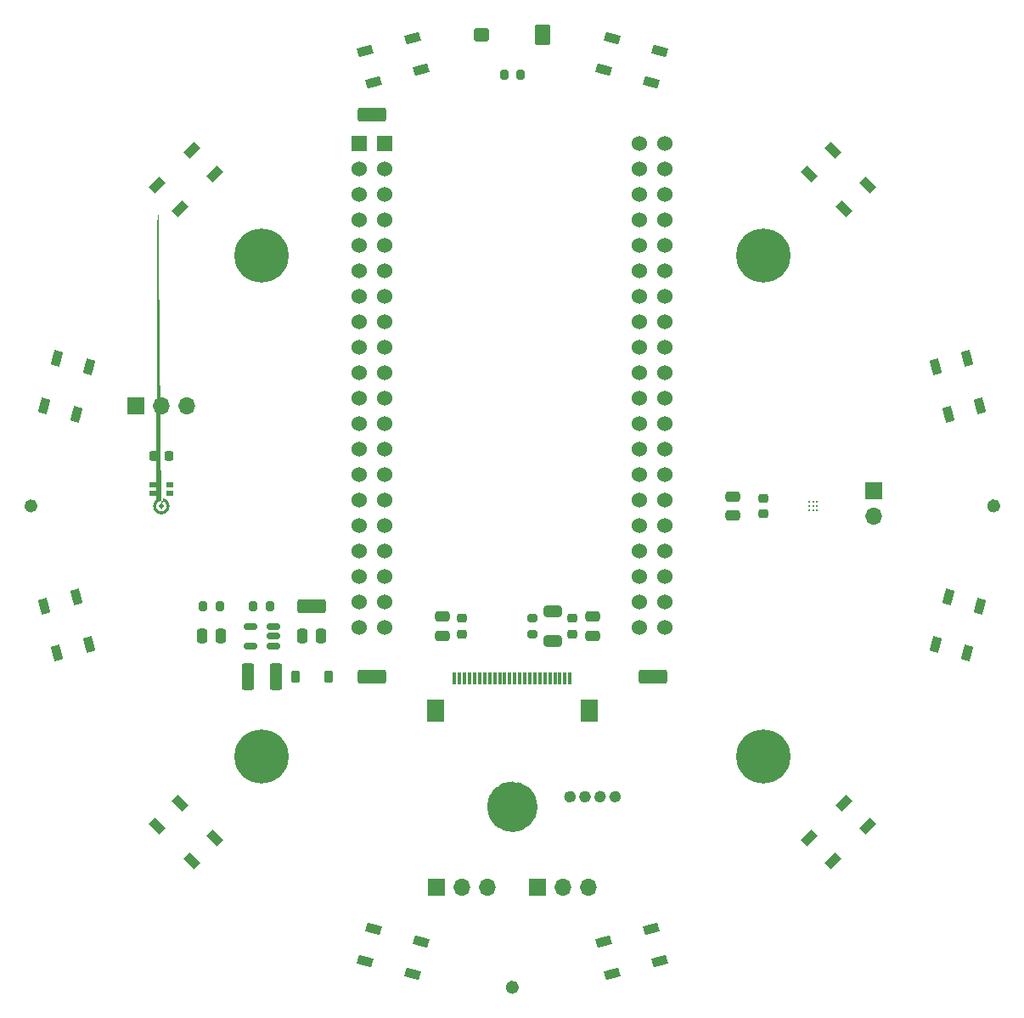
<source format=gbr>
G04 #@! TF.GenerationSoftware,KiCad,Pcbnew,7.0.4-40-g0180cb380f*
G04 #@! TF.CreationDate,2023-06-23T20:45:51-07:00*
G04 #@! TF.ProjectId,RobotOwl,526f626f-744f-4776-9c2e-6b696361645f,rev?*
G04 #@! TF.SameCoordinates,Original*
G04 #@! TF.FileFunction,Soldermask,Top*
G04 #@! TF.FilePolarity,Negative*
%FSLAX46Y46*%
G04 Gerber Fmt 4.6, Leading zero omitted, Abs format (unit mm)*
G04 Created by KiCad (PCBNEW 7.0.4-40-g0180cb380f) date 2023-06-23 20:45:51*
%MOMM*%
%LPD*%
G01*
G04 APERTURE LIST*
G04 Aperture macros list*
%AMRoundRect*
0 Rectangle with rounded corners*
0 $1 Rounding radius*
0 $2 $3 $4 $5 $6 $7 $8 $9 X,Y pos of 4 corners*
0 Add a 4 corners polygon primitive as box body*
4,1,4,$2,$3,$4,$5,$6,$7,$8,$9,$2,$3,0*
0 Add four circle primitives for the rounded corners*
1,1,$1+$1,$2,$3*
1,1,$1+$1,$4,$5*
1,1,$1+$1,$6,$7*
1,1,$1+$1,$8,$9*
0 Add four rect primitives between the rounded corners*
20,1,$1+$1,$2,$3,$4,$5,0*
20,1,$1+$1,$4,$5,$6,$7,0*
20,1,$1+$1,$6,$7,$8,$9,0*
20,1,$1+$1,$8,$9,$2,$3,0*%
%AMRotRect*
0 Rectangle, with rotation*
0 The origin of the aperture is its center*
0 $1 length*
0 $2 width*
0 $3 Rotation angle, in degrees counterclockwise*
0 Add horizontal line*
21,1,$1,$2,0,0,$3*%
%AMFreePoly0*
4,1,53,0.180798,1.454629,0.352531,1.394537,0.506585,1.297738,0.635238,1.169085,0.732037,1.015031,0.792129,0.843298,0.812500,0.662500,0.792129,0.481702,0.732037,0.309969,0.635238,0.155915,0.506585,0.027262,0.352531,-0.069537,0.180798,-0.129629,0.000000,-0.150000,-0.180798,-0.129629,-0.352531,-0.069537,-0.506585,0.027262,-0.635238,0.155915,-0.732037,0.309969,-0.792129,0.481702,
-0.812500,0.662500,-0.517770,0.662500,-0.496797,0.516627,-0.435576,0.382572,-0.339067,0.271196,-0.215089,0.191520,-0.073686,0.150000,0.073686,0.150000,0.215089,0.191520,0.339067,0.271196,0.435576,0.382572,0.496797,0.516627,0.517770,0.662500,0.496797,0.808373,0.435576,0.942428,0.339067,1.053804,0.215089,1.133480,0.073686,1.175000,-0.073686,1.175000,-0.215089,1.133480,
-0.339067,1.053804,-0.435576,0.942428,-0.496797,0.808373,-0.517770,0.662500,-0.812500,0.662500,-0.792129,0.843298,-0.732037,1.015031,-0.635238,1.169085,-0.506585,1.297738,-0.352531,1.394537,-0.180798,1.454629,0.000000,1.475000,0.180798,1.454629,0.180798,1.454629,$1*%
G04 Aperture macros list end*
%ADD10C,0.700000*%
%ADD11C,2.500000*%
%ADD12C,0.650000*%
%ADD13R,1.524000X1.524000*%
%ADD14C,1.524000*%
%ADD15RotRect,1.500000X0.900000X75.000000*%
%ADD16RoundRect,0.200000X0.200000X0.275000X-0.200000X0.275000X-0.200000X-0.275000X0.200000X-0.275000X0*%
%ADD17RoundRect,0.250000X-0.375000X-1.075000X0.375000X-1.075000X0.375000X1.075000X-0.375000X1.075000X0*%
%ADD18RoundRect,0.250000X-1.175000X-0.450000X1.175000X-0.450000X1.175000X0.450000X-1.175000X0.450000X0*%
%ADD19RoundRect,0.250000X0.650000X-0.325000X0.650000X0.325000X-0.650000X0.325000X-0.650000X-0.325000X0*%
%ADD20RotRect,1.500000X0.900000X255.000000*%
%ADD21RoundRect,0.200000X-0.200000X-0.275000X0.200000X-0.275000X0.200000X0.275000X-0.200000X0.275000X0*%
%ADD22RoundRect,0.225000X0.225000X0.375000X-0.225000X0.375000X-0.225000X-0.375000X0.225000X-0.375000X0*%
%ADD23R,1.700000X1.700000*%
%ADD24O,1.700000X1.700000*%
%ADD25RoundRect,0.250000X0.475000X-0.250000X0.475000X0.250000X-0.475000X0.250000X-0.475000X-0.250000X0*%
%ADD26RotRect,1.500000X0.900000X345.000000*%
%ADD27RoundRect,0.187500X-0.562500X-0.862500X0.562500X-0.862500X0.562500X0.862500X-0.562500X0.862500X0*%
%ADD28RoundRect,0.162500X-0.587500X-0.487500X0.587500X-0.487500X0.587500X0.487500X-0.587500X0.487500X0*%
%ADD29RoundRect,0.175000X-0.525000X-0.825000X0.525000X-0.825000X0.525000X0.825000X-0.525000X0.825000X0*%
%ADD30RoundRect,0.150000X-0.550000X-0.450000X0.550000X-0.450000X0.550000X0.450000X-0.550000X0.450000X0*%
%ADD31RotRect,1.500000X0.900000X135.000000*%
%ADD32RotRect,1.500000X0.900000X15.000000*%
%ADD33RoundRect,0.225000X0.225000X0.250000X-0.225000X0.250000X-0.225000X-0.250000X0.225000X-0.250000X0*%
%ADD34C,1.152000*%
%ADD35C,0.800000*%
%ADD36C,5.400000*%
%ADD37RotRect,1.500000X0.900000X45.000000*%
%ADD38RotRect,1.500000X0.900000X225.000000*%
%ADD39R,0.300000X1.300000*%
%ADD40R,1.800000X2.200000*%
%ADD41RotRect,1.500000X0.900000X195.000000*%
%ADD42RoundRect,0.150000X0.512500X0.150000X-0.512500X0.150000X-0.512500X-0.150000X0.512500X-0.150000X0*%
%ADD43RotRect,1.500000X0.900000X285.000000*%
%ADD44RoundRect,0.250000X0.250000X0.475000X-0.250000X0.475000X-0.250000X-0.475000X0.250000X-0.475000X0*%
%ADD45RoundRect,0.250000X-0.475000X0.250000X-0.475000X-0.250000X0.475000X-0.250000X0.475000X0.250000X0*%
%ADD46RoundRect,0.225000X-0.250000X0.225000X-0.250000X-0.225000X0.250000X-0.225000X0.250000X0.225000X0*%
%ADD47RotRect,1.500000X0.900000X105.000000*%
%ADD48C,0.250000*%
%ADD49RoundRect,0.225000X0.250000X-0.225000X0.250000X0.225000X-0.250000X0.225000X-0.250000X-0.225000X0*%
%ADD50RotRect,1.500000X0.900000X315.000000*%
%ADD51RotRect,1.500000X0.900000X165.000000*%
%ADD52RoundRect,0.200000X0.275000X-0.200000X0.275000X0.200000X-0.275000X0.200000X-0.275000X-0.200000X0*%
%ADD53C,0.500000*%
%ADD54R,0.725000X0.522000*%
%ADD55FreePoly0,0.000000*%
G04 APERTURE END LIST*
D10*
X156000000Y-129000000D02*
G75*
G03*
X156000000Y-129000000I-250000J0D01*
G01*
X157500000Y-129000000D02*
G75*
G03*
X157500000Y-129000000I-250000J0D01*
G01*
X159000000Y-129000000D02*
G75*
G03*
X159000000Y-129000000I-250000J0D01*
G01*
X160500000Y-129000000D02*
G75*
G03*
X160500000Y-129000000I-250000J0D01*
G01*
D11*
X151250000Y-130000000D02*
G75*
G03*
X151250000Y-130000000I-1250000J0D01*
G01*
D12*
X198325000Y-100000000D02*
G75*
G03*
X198325000Y-100000000I-325000J0D01*
G01*
X150325000Y-148000000D02*
G75*
G03*
X150325000Y-148000000I-325000J0D01*
G01*
X102325000Y-100000000D02*
G75*
G03*
X102325000Y-100000000I-325000J0D01*
G01*
D13*
X134760000Y-63902500D03*
X137300000Y-63902500D03*
D14*
X134760000Y-66442500D03*
X137300000Y-66442500D03*
X134760000Y-68982500D03*
X137300000Y-68982500D03*
X134760000Y-71522500D03*
X137300000Y-71522500D03*
X134760000Y-74062500D03*
X137300000Y-74062500D03*
X134760000Y-76602500D03*
X137300000Y-76602500D03*
X134760000Y-79142500D03*
X137300000Y-79142500D03*
X134760000Y-81682500D03*
X137300000Y-81682500D03*
X134760000Y-84222500D03*
X137300000Y-84222500D03*
X134760000Y-86762500D03*
X137300000Y-86762500D03*
X134760000Y-89302500D03*
X137300000Y-89302500D03*
X134760000Y-91842500D03*
X137300000Y-91842500D03*
X134760000Y-94382500D03*
X137300000Y-94382500D03*
X134760000Y-96922500D03*
X137300000Y-96922500D03*
X134760000Y-99462500D03*
X137300000Y-99462500D03*
X134760000Y-102002500D03*
X137300000Y-102002500D03*
X134760000Y-104542500D03*
X137300000Y-104542500D03*
X134760000Y-107082500D03*
X137300000Y-107082500D03*
X134760000Y-109622500D03*
X137300000Y-109622500D03*
X134760000Y-112162500D03*
X137300000Y-112162500D03*
X162700000Y-112162500D03*
X165240000Y-112162500D03*
X162700000Y-109622500D03*
X165240000Y-109622500D03*
X162700000Y-107082500D03*
X165240000Y-107082500D03*
X162700000Y-104542500D03*
X165240000Y-104542500D03*
X162700000Y-102002500D03*
X165240000Y-102002500D03*
X162700000Y-99462500D03*
X165240000Y-99462500D03*
X162700000Y-96922500D03*
X165240000Y-96922500D03*
X162700000Y-94382500D03*
X165240000Y-94382500D03*
X162700000Y-91842500D03*
X165240000Y-91842500D03*
X162700000Y-89302500D03*
X165240000Y-89302500D03*
X162700000Y-86762500D03*
X165240000Y-86762500D03*
X162700000Y-84222500D03*
X165240000Y-84222500D03*
X162700000Y-81682500D03*
X165240000Y-81682500D03*
X162700000Y-79142500D03*
X165240000Y-79142500D03*
X162700000Y-76602500D03*
X165240000Y-76602500D03*
X162700000Y-74062500D03*
X165240000Y-74062500D03*
X162700000Y-71522500D03*
X165240000Y-71522500D03*
X162700000Y-68982500D03*
X165240000Y-68982500D03*
X162700000Y-66442500D03*
X165240000Y-66442500D03*
X162700000Y-63902500D03*
X165240000Y-63902500D03*
D15*
X192205116Y-113845467D03*
X195392671Y-114699570D03*
X196660884Y-109966533D03*
X193473329Y-109112430D03*
D16*
X125825000Y-110000000D03*
X124175000Y-110000000D03*
X120825000Y-110000000D03*
X119175000Y-110000000D03*
D17*
X123600000Y-117000000D03*
X126400000Y-117000000D03*
D18*
X130000000Y-110000000D03*
D19*
X154000000Y-113475000D03*
X154000000Y-110525000D03*
D20*
X107794884Y-86154533D03*
X104607329Y-85300430D03*
X103339116Y-90033467D03*
X106526671Y-90887570D03*
D21*
X149175000Y-57000000D03*
X150825000Y-57000000D03*
D22*
X131650000Y-117000000D03*
X128350000Y-117000000D03*
D23*
X152475000Y-138000000D03*
D24*
X155015000Y-138000000D03*
X157555000Y-138000000D03*
D25*
X143000000Y-112950000D03*
X143000000Y-111050000D03*
D26*
X136154533Y-142205116D03*
X135300430Y-145392671D03*
X140033467Y-146660884D03*
X140887570Y-143473329D03*
D27*
X153050000Y-53000000D03*
D28*
X146950000Y-53000000D03*
D29*
X153050000Y-53000000D03*
D30*
X146950000Y-53000000D03*
D18*
X164000000Y-117000000D03*
D23*
X142460000Y-138000000D03*
D24*
X145000000Y-138000000D03*
X147540000Y-138000000D03*
D31*
X183092685Y-70372138D03*
X185426138Y-68038685D03*
X181961315Y-64573862D03*
X179627862Y-66907315D03*
D32*
X159112430Y-143473329D03*
X159966533Y-146660884D03*
X164699570Y-145392671D03*
X163845467Y-142205116D03*
D33*
X115775000Y-95000000D03*
X114225000Y-95000000D03*
D34*
X198000000Y-100000000D03*
D35*
X122975000Y-125000000D03*
X123568109Y-123568109D03*
X123568109Y-126431891D03*
X125000000Y-122975000D03*
D36*
X125000000Y-125000000D03*
D35*
X125000000Y-127025000D03*
X126431891Y-123568109D03*
X126431891Y-126431891D03*
X127025000Y-125000000D03*
D34*
X150000000Y-148000000D03*
D37*
X179627862Y-133092685D03*
X181961315Y-135426138D03*
X185426138Y-131961315D03*
X183092685Y-129627862D03*
D38*
X120372138Y-66907315D03*
X118038685Y-64573862D03*
X114573862Y-68038685D03*
X116907315Y-70372138D03*
D35*
X122975000Y-75000000D03*
X123568109Y-73568109D03*
X123568109Y-76431891D03*
X125000000Y-72975000D03*
D36*
X125000000Y-75000000D03*
D35*
X125000000Y-77025000D03*
X126431891Y-73568109D03*
X126431891Y-76431891D03*
X127025000Y-75000000D03*
D39*
X144250000Y-117200000D03*
X144750000Y-117200000D03*
X145250000Y-117200000D03*
X145750000Y-117200000D03*
X146250000Y-117200000D03*
X146750000Y-117200000D03*
X147250000Y-117200000D03*
X147750000Y-117200000D03*
X148250000Y-117200000D03*
X148750000Y-117200000D03*
X149250000Y-117200000D03*
X149750000Y-117200000D03*
X150250000Y-117200000D03*
X150750000Y-117200000D03*
X151250000Y-117200000D03*
X151750000Y-117200000D03*
X152250000Y-117200000D03*
X152750000Y-117200000D03*
X153250000Y-117200000D03*
X153750000Y-117200000D03*
X154250000Y-117200000D03*
X154750000Y-117200000D03*
X155250000Y-117200000D03*
X155750000Y-117200000D03*
D40*
X142350000Y-120450000D03*
X157650000Y-120450000D03*
D41*
X140887570Y-56526671D03*
X140033467Y-53339116D03*
X135300430Y-54607329D03*
X136154533Y-57794884D03*
D42*
X126137500Y-113950000D03*
X126137500Y-113000000D03*
X126137500Y-112050000D03*
X123862500Y-112050000D03*
X123862500Y-113950000D03*
D43*
X106526671Y-109112430D03*
X103339116Y-109966533D03*
X104607329Y-114699570D03*
X107794884Y-113845467D03*
D44*
X120950000Y-113000000D03*
X119050000Y-113000000D03*
D45*
X172000000Y-99050000D03*
X172000000Y-100950000D03*
D44*
X130950000Y-113000000D03*
X129050000Y-113000000D03*
D46*
X175000000Y-99225000D03*
X175000000Y-100775000D03*
D47*
X193473329Y-90887570D03*
X196660884Y-90033467D03*
X195392671Y-85300430D03*
X192205116Y-86154533D03*
D48*
X179600000Y-99600000D03*
X180000000Y-99600000D03*
X180400000Y-99600000D03*
X179600000Y-100000000D03*
X180000000Y-100000000D03*
X180400000Y-100000000D03*
X179600000Y-100400000D03*
X180000000Y-100400000D03*
X180400000Y-100400000D03*
D49*
X156000000Y-112775000D03*
X156000000Y-111225000D03*
D50*
X116907315Y-129627862D03*
X114573862Y-131961315D03*
X118038685Y-135426138D03*
X120372138Y-133092685D03*
D49*
X145000000Y-112775000D03*
X145000000Y-111225000D03*
D35*
X172975000Y-125000000D03*
X173568109Y-123568109D03*
X173568109Y-126431891D03*
X175000000Y-122975000D03*
D36*
X175000000Y-125000000D03*
D35*
X175000000Y-127025000D03*
X176431891Y-123568109D03*
X176431891Y-126431891D03*
X177025000Y-125000000D03*
D18*
X136000000Y-61000000D03*
D23*
X112475000Y-90000000D03*
D24*
X115015000Y-90000000D03*
X117555000Y-90000000D03*
D51*
X163845467Y-57794884D03*
X164699570Y-54607329D03*
X159966533Y-53339116D03*
X159112430Y-56526671D03*
D25*
X158000000Y-112950000D03*
X158000000Y-111050000D03*
D23*
X186000000Y-98460000D03*
D24*
X186000000Y-101000000D03*
D52*
X152000000Y-112825000D03*
X152000000Y-111175000D03*
D35*
X172975000Y-75000000D03*
X173568109Y-73568109D03*
X173568109Y-76431891D03*
X175000000Y-72975000D03*
D36*
X175000000Y-75000000D03*
D35*
X175000000Y-77025000D03*
X176431891Y-73568109D03*
X176431891Y-76431891D03*
X177025000Y-75000000D03*
D18*
X136000000Y-117000000D03*
D53*
X115000000Y-100000000D03*
D54*
X114162500Y-97926000D03*
X114162500Y-98748000D03*
D55*
X115000000Y-100662500D03*
D54*
X115837500Y-98748000D03*
X115837500Y-97926000D03*
D34*
X102000000Y-100000000D03*
M02*

</source>
